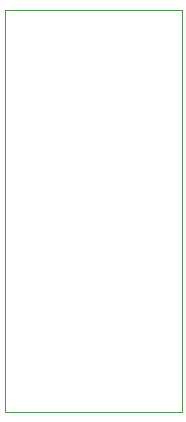
<source format=gbr>
%TF.GenerationSoftware,KiCad,Pcbnew,(7.0.0-0)*%
%TF.CreationDate,2023-06-30T11:37:06+08:00*%
%TF.ProjectId,cirque-connector,63697271-7565-42d6-936f-6e6e6563746f,rev?*%
%TF.SameCoordinates,Original*%
%TF.FileFunction,Profile,NP*%
%FSLAX46Y46*%
G04 Gerber Fmt 4.6, Leading zero omitted, Abs format (unit mm)*
G04 Created by KiCad (PCBNEW (7.0.0-0)) date 2023-06-30 11:37:06*
%MOMM*%
%LPD*%
G01*
G04 APERTURE LIST*
%TA.AperFunction,Profile*%
%ADD10C,0.050000*%
%TD*%
G04 APERTURE END LIST*
D10*
X28000000Y-51000000D02*
X43000000Y-51000000D01*
X28000000Y-85000000D02*
X43000000Y-85000000D01*
X43000000Y-51000000D02*
X43000000Y-85000000D01*
X28000000Y-51000000D02*
X28000000Y-85000000D01*
M02*

</source>
